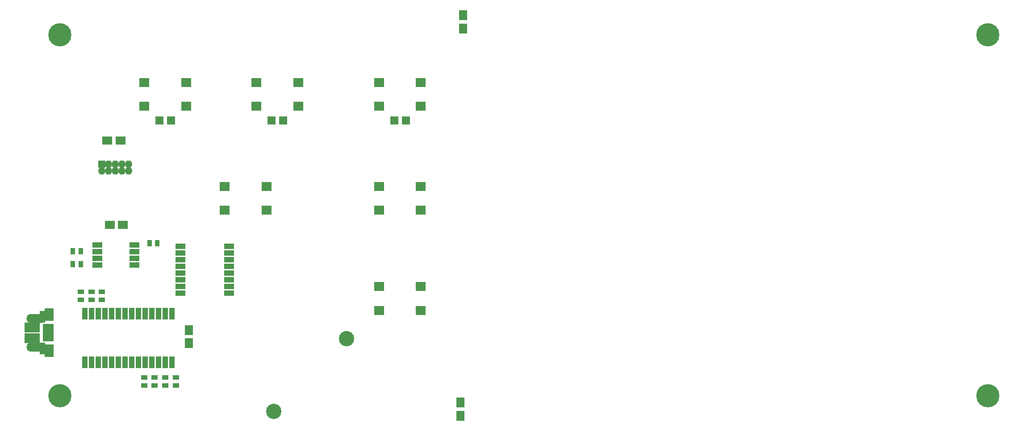
<source format=gbr>
G04 #@! TF.GenerationSoftware,KiCad,Pcbnew,(5.0.0)*
G04 #@! TF.CreationDate,2020-11-19T16:59:29-05:00*
G04 #@! TF.ProjectId,WS2812B Mini Clock,57533238313242204D696E6920436C6F,rev?*
G04 #@! TF.SameCoordinates,Original*
G04 #@! TF.FileFunction,Soldermask,Bot*
G04 #@! TF.FilePolarity,Negative*
%FSLAX46Y46*%
G04 Gerber Fmt 4.6, Leading zero omitted, Abs format (unit mm)*
G04 Created by KiCad (PCBNEW (5.0.0)) date 11/19/20 16:59:29*
%MOMM*%
%LPD*%
G01*
G04 APERTURE LIST*
%ADD10C,4.400000*%
%ADD11C,2.900000*%
%ADD12R,2.900000X1.825000*%
%ADD13R,1.100000X2.225000*%
%ADD14O,3.550000X1.700000*%
%ADD15R,2.150000X0.800000*%
%ADD16R,1.800000X2.400000*%
%ADD17R,1.950000X1.000000*%
%ADD18R,1.650000X1.900000*%
%ADD19R,1.900000X1.650000*%
%ADD20R,1.400000X1.400000*%
%ADD21O,1.400000X1.400000*%
%ADD22R,0.900000X1.300000*%
%ADD23R,1.900000X1.000000*%
%ADD24R,1.600000X1.600000*%
%ADD25R,1.300000X0.900000*%
%ADD26R,1.950000X1.700000*%
%ADD27R,1.000000X2.310000*%
G04 APERTURE END LIST*
D10*
G04 #@! TO.C,REF3*
X228000000Y-69500000D03*
G04 #@! TD*
G04 #@! TO.C,REF4*
X228000000Y-138000000D03*
G04 #@! TD*
G04 #@! TO.C,REF2*
X52000000Y-69500000D03*
G04 #@! TD*
D11*
G04 #@! TO.C,U24*
X92618272Y-140881728D03*
X106406854Y-127093146D03*
G04 #@! TD*
D12*
G04 #@! TO.C,USB1*
X46750000Y-127000000D03*
D13*
X48710000Y-123010000D03*
D14*
X47480000Y-123275000D03*
D15*
X49825000Y-124700000D03*
X49825000Y-125350000D03*
X49825000Y-126000000D03*
X49825000Y-126650000D03*
D16*
X50030000Y-122575000D03*
D15*
X49825000Y-127300000D03*
D16*
X50030000Y-129425000D03*
D14*
X47480000Y-128725000D03*
D13*
X48710000Y-128990000D03*
D12*
X46750000Y-125000000D03*
G04 #@! TD*
D17*
G04 #@! TO.C,MCU1*
X59150000Y-109350000D03*
X59150000Y-110615000D03*
X59150000Y-111885000D03*
X59150000Y-113155000D03*
X66150000Y-113155000D03*
X66150000Y-111885000D03*
X66150000Y-110615000D03*
X66150000Y-109345000D03*
G04 #@! TD*
D18*
G04 #@! TO.C,C3*
X128000000Y-139250000D03*
X128000000Y-141750000D03*
G04 #@! TD*
G04 #@! TO.C,C4*
X76500000Y-128000000D03*
X76500000Y-125500000D03*
G04 #@! TD*
D19*
G04 #@! TO.C,C5*
X63500000Y-89500000D03*
X61000000Y-89500000D03*
G04 #@! TD*
D18*
G04 #@! TO.C,C6*
X128500000Y-68250000D03*
X128500000Y-65750000D03*
G04 #@! TD*
D19*
G04 #@! TO.C,C7*
X61500000Y-105500000D03*
X64000000Y-105500000D03*
G04 #@! TD*
D20*
G04 #@! TO.C,J1*
X60000000Y-94000000D03*
D21*
X60000000Y-95270000D03*
X61270000Y-94000000D03*
X61270000Y-95270000D03*
X62540000Y-94000000D03*
X62540000Y-95270000D03*
X63810000Y-94000000D03*
X63810000Y-95270000D03*
X65080000Y-94000000D03*
X65080000Y-95270000D03*
G04 #@! TD*
D22*
G04 #@! TO.C,R1*
X70500000Y-109000000D03*
X69000000Y-109000000D03*
G04 #@! TD*
G04 #@! TO.C,R2*
X54500000Y-113000000D03*
X56000000Y-113000000D03*
G04 #@! TD*
D23*
G04 #@! TO.C,U25*
X84150000Y-109555000D03*
X84150000Y-110825000D03*
X84150000Y-112095000D03*
X84150000Y-113365000D03*
X84150000Y-114635000D03*
X84150000Y-115905000D03*
X84150000Y-117175000D03*
X84150000Y-118445000D03*
X74850000Y-118445000D03*
X74850000Y-117175000D03*
X74850000Y-115905000D03*
X74850000Y-114635000D03*
X74850000Y-113365000D03*
X74850000Y-112095000D03*
X74850000Y-110825000D03*
X74850000Y-109555000D03*
G04 #@! TD*
D22*
G04 #@! TO.C,R3*
X54500000Y-110500000D03*
X56000000Y-110500000D03*
G04 #@! TD*
D24*
G04 #@! TO.C,D1*
X73100000Y-85750000D03*
X70900000Y-85750000D03*
G04 #@! TD*
G04 #@! TO.C,D2*
X117600000Y-85750000D03*
X115400000Y-85750000D03*
G04 #@! TD*
G04 #@! TO.C,D3*
X94350000Y-85750000D03*
X92150000Y-85750000D03*
G04 #@! TD*
D25*
G04 #@! TO.C,R4*
X74000000Y-134500000D03*
X74000000Y-136000000D03*
G04 #@! TD*
G04 #@! TO.C,R5*
X72000000Y-134500000D03*
X72000000Y-136000000D03*
G04 #@! TD*
G04 #@! TO.C,R6*
X70000000Y-134500000D03*
X70000000Y-136000000D03*
G04 #@! TD*
G04 #@! TO.C,R7*
X68000000Y-134500000D03*
X68000000Y-136000000D03*
G04 #@! TD*
G04 #@! TO.C,R8*
X56000000Y-118250000D03*
X56000000Y-119750000D03*
G04 #@! TD*
G04 #@! TO.C,R9*
X58000000Y-118250000D03*
X58000000Y-119750000D03*
G04 #@! TD*
G04 #@! TO.C,R10*
X60000000Y-118250000D03*
X60000000Y-119750000D03*
G04 #@! TD*
D26*
G04 #@! TO.C,SW0*
X68025000Y-83000000D03*
X75975000Y-83000000D03*
X68025000Y-78500000D03*
X75975000Y-78500000D03*
G04 #@! TD*
G04 #@! TO.C,SW1*
X112525000Y-83000000D03*
X120475000Y-83000000D03*
X112525000Y-78500000D03*
X120475000Y-78500000D03*
G04 #@! TD*
G04 #@! TO.C,SW2*
X89275000Y-83000000D03*
X97225000Y-83000000D03*
X89275000Y-78500000D03*
X97225000Y-78500000D03*
G04 #@! TD*
G04 #@! TO.C,SW3*
X83275000Y-102750000D03*
X91225000Y-102750000D03*
X83275000Y-98250000D03*
X91225000Y-98250000D03*
G04 #@! TD*
G04 #@! TO.C,SW4*
X112525000Y-102750000D03*
X120475000Y-102750000D03*
X112525000Y-98250000D03*
X120475000Y-98250000D03*
G04 #@! TD*
G04 #@! TO.C,SW5*
X112525000Y-121750000D03*
X120475000Y-121750000D03*
X112525000Y-117250000D03*
X120475000Y-117250000D03*
G04 #@! TD*
D27*
G04 #@! TO.C,U26*
X56745000Y-131610000D03*
X58015000Y-131610000D03*
X59285000Y-131610000D03*
X60555000Y-131610000D03*
X61825000Y-131610000D03*
X63095000Y-131610000D03*
X64365000Y-131610000D03*
X65635000Y-131610000D03*
X66905000Y-131610000D03*
X68175000Y-131610000D03*
X69445000Y-131610000D03*
X70715000Y-131610000D03*
X71985000Y-131610000D03*
X73255000Y-131610000D03*
X73255000Y-122390000D03*
X71985000Y-122390000D03*
X70715000Y-122390000D03*
X69445000Y-122390000D03*
X68175000Y-122390000D03*
X66905000Y-122390000D03*
X65635000Y-122390000D03*
X64365000Y-122390000D03*
X63095000Y-122390000D03*
X61825000Y-122390000D03*
X60555000Y-122390000D03*
X59285000Y-122390000D03*
X58015000Y-122390000D03*
X56745000Y-122390000D03*
G04 #@! TD*
D10*
G04 #@! TO.C,REF\002A\002A*
X52000000Y-138000000D03*
G04 #@! TD*
M02*

</source>
